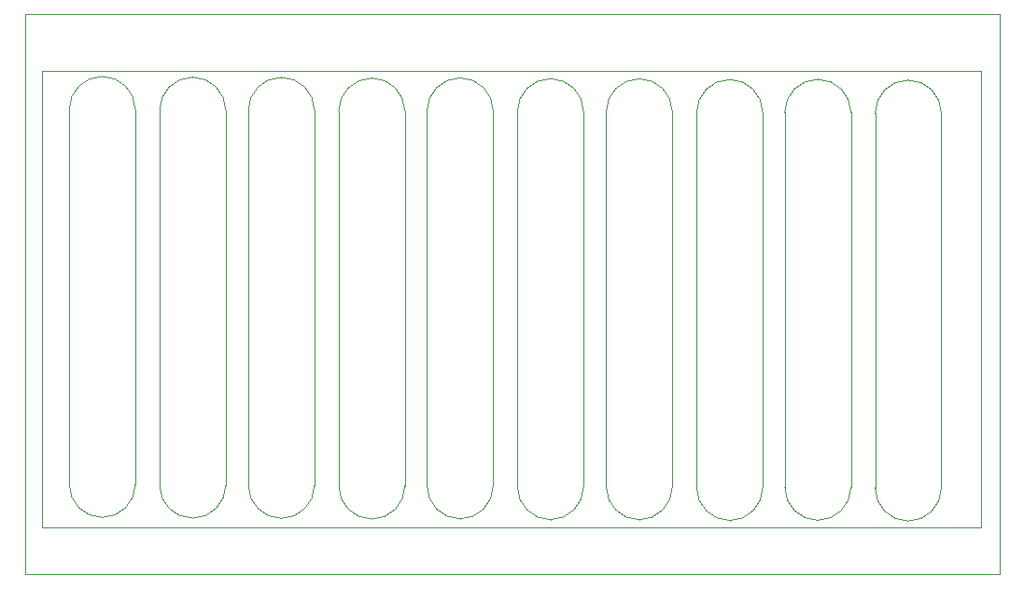
<source format=gbr>
%TF.GenerationSoftware,KiCad,Pcbnew,7.0.1*%
%TF.CreationDate,2023-03-31T11:37:31-07:00*%
%TF.ProjectId,leaf springs,6c656166-2073-4707-9269-6e67732e6b69,rev?*%
%TF.SameCoordinates,Original*%
%TF.FileFunction,Profile,NP*%
%FSLAX46Y46*%
G04 Gerber Fmt 4.6, Leading zero omitted, Abs format (unit mm)*
G04 Created by KiCad (PCBNEW 7.0.1) date 2023-03-31 11:37:31*
%MOMM*%
%LPD*%
G01*
G04 APERTURE LIST*
%TA.AperFunction,Profile*%
%ADD10C,0.100000*%
%TD*%
G04 APERTURE END LIST*
D10*
X158820000Y-92310000D02*
X158820000Y-92310000D01*
X129360000Y-55180000D02*
G75*
G03*
X126360000Y-52180000I-3000000J0D01*
G01*
X142610000Y-92260000D02*
G75*
G03*
X145610000Y-89260000I0J3000000D01*
G01*
X186270000Y-55460000D02*
G75*
G03*
X183270000Y-52460000I-3000000J0D01*
G01*
X129360000Y-55180000D02*
X129360000Y-89180000D01*
X155820000Y-89310000D02*
X155820000Y-55310000D01*
X178070000Y-55390000D02*
X178070000Y-89390000D01*
X164020000Y-89380000D02*
X164020000Y-55380000D01*
X170020000Y-55380000D02*
X170020000Y-89380000D01*
X158820000Y-92310000D02*
G75*
G03*
X161820000Y-89310000I0J3000000D01*
G01*
X183270000Y-92460000D02*
G75*
G03*
X186270000Y-89460000I0J3000000D01*
G01*
X142610000Y-52260000D02*
G75*
G03*
X139610000Y-55260000I0J-3000000D01*
G01*
X134560000Y-92250000D02*
X134560000Y-92250000D01*
X134560000Y-92250000D02*
G75*
G03*
X137560000Y-89250000I0J3000000D01*
G01*
X191268680Y-52438680D02*
G75*
G03*
X188268680Y-55438680I20J-3000020D01*
G01*
X172070000Y-89390000D02*
X172070000Y-55390000D01*
X131560000Y-89250000D02*
G75*
G03*
X134560000Y-92250000I3000000J0D01*
G01*
X178070000Y-55390000D02*
G75*
G03*
X175070000Y-52390000I-3000000J0D01*
G01*
X180270000Y-89460000D02*
G75*
G03*
X183270000Y-92460000I3000000J0D01*
G01*
X199468680Y-92508680D02*
G75*
G03*
X202468680Y-89508680I20J2999980D01*
G01*
X150810000Y-52330000D02*
G75*
G03*
X147810000Y-55330000I0J-3000000D01*
G01*
X150810000Y-92330000D02*
X150810000Y-92330000D01*
X191268680Y-52438680D02*
X191268680Y-52438680D01*
X167020000Y-52380000D02*
G75*
G03*
X164020000Y-55380000I0J-3000000D01*
G01*
X150810000Y-92330000D02*
G75*
G03*
X153810000Y-89330000I0J3000000D01*
G01*
X183270000Y-92460000D02*
X183270000Y-92460000D01*
X172070000Y-89390000D02*
G75*
G03*
X175070000Y-92390000I3000000J0D01*
G01*
X191268680Y-92438680D02*
X191268680Y-92438680D01*
X137560000Y-55250000D02*
X137560000Y-89250000D01*
X139610000Y-89260000D02*
G75*
G03*
X142610000Y-92260000I3000000J0D01*
G01*
X202468680Y-55508680D02*
X202468680Y-89508680D01*
X150810000Y-52330000D02*
X150810000Y-52330000D01*
X131560000Y-89250000D02*
X131560000Y-55250000D01*
X202468720Y-55508680D02*
G75*
G03*
X199468680Y-52508680I-3000020J-20D01*
G01*
X142610000Y-52260000D02*
X142610000Y-52260000D01*
X175070000Y-92390000D02*
G75*
G03*
X178070000Y-89390000I0J3000000D01*
G01*
X134560000Y-52250000D02*
X134560000Y-52250000D01*
X175070000Y-92390000D02*
X175070000Y-92390000D01*
X183270000Y-52460000D02*
X183270000Y-52460000D01*
X180270000Y-89460000D02*
X180270000Y-55460000D01*
X188268680Y-89438680D02*
X188268680Y-55438680D01*
X158820000Y-52310000D02*
G75*
G03*
X155820000Y-55310000I0J-3000000D01*
G01*
X134560000Y-52250000D02*
G75*
G03*
X131560000Y-55250000I0J-3000000D01*
G01*
X145610000Y-55260000D02*
X145610000Y-89260000D01*
X147810000Y-89330000D02*
G75*
G03*
X150810000Y-92330000I3000000J0D01*
G01*
X175070000Y-52390000D02*
X175070000Y-52390000D01*
X126360000Y-92180000D02*
G75*
G03*
X129360000Y-89180000I0J3000000D01*
G01*
X164020000Y-89380000D02*
G75*
G03*
X167020000Y-92380000I3000000J0D01*
G01*
X188268720Y-89438680D02*
G75*
G03*
X191268680Y-92438680I2999980J-20D01*
G01*
X123360000Y-89180000D02*
G75*
G03*
X126360000Y-92180000I3000000J0D01*
G01*
X137560000Y-55250000D02*
G75*
G03*
X134560000Y-52250000I-3000000J0D01*
G01*
X147810000Y-89330000D02*
X147810000Y-55330000D01*
X175070000Y-52390000D02*
G75*
G03*
X172070000Y-55390000I0J-3000000D01*
G01*
X199468680Y-52508680D02*
G75*
G03*
X196468680Y-55508680I20J-3000020D01*
G01*
X120930000Y-51710000D02*
X206030000Y-51710000D01*
X206030000Y-93100000D01*
X120930000Y-93100000D01*
X120930000Y-51710000D01*
X161820000Y-55310000D02*
G75*
G03*
X158820000Y-52310000I-3000000J0D01*
G01*
X126360000Y-52180000D02*
X126360000Y-52180000D01*
X153810000Y-55330000D02*
G75*
G03*
X150810000Y-52330000I-3000000J0D01*
G01*
X145610000Y-55260000D02*
G75*
G03*
X142610000Y-52260000I-3000000J0D01*
G01*
X196468680Y-89508680D02*
X196468680Y-55508680D01*
X170020000Y-55380000D02*
G75*
G03*
X167020000Y-52380000I-3000000J0D01*
G01*
X126360000Y-52180000D02*
G75*
G03*
X123360000Y-55180000I0J-3000000D01*
G01*
X199468680Y-52508680D02*
X199468680Y-52508680D01*
X139610000Y-89260000D02*
X139610000Y-55260000D01*
X186270000Y-55460000D02*
X186270000Y-89460000D01*
X161820000Y-55310000D02*
X161820000Y-89310000D01*
X194268680Y-55438680D02*
X194268680Y-89438680D01*
X194268720Y-55438680D02*
G75*
G03*
X191268680Y-52438680I-3000020J-20D01*
G01*
X126360000Y-92180000D02*
X126360000Y-92180000D01*
X167020000Y-52380000D02*
X167020000Y-52380000D01*
X183270000Y-52460000D02*
G75*
G03*
X180270000Y-55460000I0J-3000000D01*
G01*
X158820000Y-52310000D02*
X158820000Y-52310000D01*
X191268680Y-92438680D02*
G75*
G03*
X194268680Y-89438680I20J2999980D01*
G01*
X142610000Y-92260000D02*
X142610000Y-92260000D01*
X123360000Y-89180000D02*
X123360000Y-55180000D01*
X119350000Y-46560000D02*
X207730000Y-46560000D01*
X207730000Y-97350000D01*
X119350000Y-97350000D01*
X119350000Y-46560000D01*
X167020000Y-92380000D02*
G75*
G03*
X170020000Y-89380000I0J3000000D01*
G01*
X199468680Y-92508680D02*
X199468680Y-92508680D01*
X167020000Y-92380000D02*
X167020000Y-92380000D01*
X153810000Y-55330000D02*
X153810000Y-89330000D01*
X196468720Y-89508680D02*
G75*
G03*
X199468680Y-92508680I2999980J-20D01*
G01*
X155820000Y-89310000D02*
G75*
G03*
X158820000Y-92310000I3000000J0D01*
G01*
M02*

</source>
